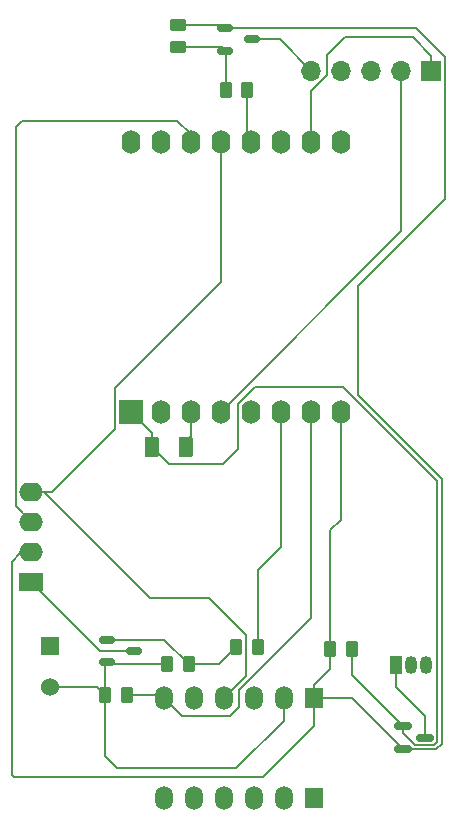
<source format=gbr>
%TF.GenerationSoftware,KiCad,Pcbnew,8.0.8-unknown-202501290020~8b811aa383~ubuntu24.04.1*%
%TF.CreationDate,2025-02-10T17:26:23-05:00*%
%TF.ProjectId,deleteme,64656c65-7465-46d6-952e-6b696361645f,rev?*%
%TF.SameCoordinates,Original*%
%TF.FileFunction,Copper,L1,Top*%
%TF.FilePolarity,Positive*%
%FSLAX46Y46*%
G04 Gerber Fmt 4.6, Leading zero omitted, Abs format (unit mm)*
G04 Created by KiCad (PCBNEW 8.0.8-unknown-202501290020~8b811aa383~ubuntu24.04.1) date 2025-02-10 17:26:23*
%MOMM*%
%LPD*%
G01*
G04 APERTURE LIST*
G04 Aperture macros list*
%AMRoundRect*
0 Rectangle with rounded corners*
0 $1 Rounding radius*
0 $2 $3 $4 $5 $6 $7 $8 $9 X,Y pos of 4 corners*
0 Add a 4 corners polygon primitive as box body*
4,1,4,$2,$3,$4,$5,$6,$7,$8,$9,$2,$3,0*
0 Add four circle primitives for the rounded corners*
1,1,$1+$1,$2,$3*
1,1,$1+$1,$4,$5*
1,1,$1+$1,$6,$7*
1,1,$1+$1,$8,$9*
0 Add four rect primitives between the rounded corners*
20,1,$1+$1,$2,$3,$4,$5,0*
20,1,$1+$1,$4,$5,$6,$7,0*
20,1,$1+$1,$6,$7,$8,$9,0*
20,1,$1+$1,$8,$9,$2,$3,0*%
G04 Aperture macros list end*
%TA.AperFunction,ComponentPad*%
%ADD10R,1.524000X1.524000*%
%TD*%
%TA.AperFunction,ComponentPad*%
%ADD11C,1.524000*%
%TD*%
%TA.AperFunction,ComponentPad*%
%ADD12R,1.600000X1.700000*%
%TD*%
%TA.AperFunction,ComponentPad*%
%ADD13O,1.500000X2.000000*%
%TD*%
%TA.AperFunction,SMDPad,CuDef*%
%ADD14RoundRect,0.150000X-0.512500X-0.150000X0.512500X-0.150000X0.512500X0.150000X-0.512500X0.150000X0*%
%TD*%
%TA.AperFunction,SMDPad,CuDef*%
%ADD15RoundRect,0.250000X0.262500X0.450000X-0.262500X0.450000X-0.262500X-0.450000X0.262500X-0.450000X0*%
%TD*%
%TA.AperFunction,SMDPad,CuDef*%
%ADD16RoundRect,0.250000X0.375000X0.625000X-0.375000X0.625000X-0.375000X-0.625000X0.375000X-0.625000X0*%
%TD*%
%TA.AperFunction,ComponentPad*%
%ADD17R,2.000000X2.000000*%
%TD*%
%TA.AperFunction,ComponentPad*%
%ADD18O,1.600000X2.000000*%
%TD*%
%TA.AperFunction,ComponentPad*%
%ADD19R,2.000000X1.600000*%
%TD*%
%TA.AperFunction,ComponentPad*%
%ADD20O,2.000000X1.600000*%
%TD*%
%TA.AperFunction,SMDPad,CuDef*%
%ADD21RoundRect,0.250000X-0.262500X-0.450000X0.262500X-0.450000X0.262500X0.450000X-0.262500X0.450000X0*%
%TD*%
%TA.AperFunction,ComponentPad*%
%ADD22R,1.700000X1.700000*%
%TD*%
%TA.AperFunction,ComponentPad*%
%ADD23O,1.700000X1.700000*%
%TD*%
%TA.AperFunction,SMDPad,CuDef*%
%ADD24RoundRect,0.150000X-0.587500X-0.150000X0.587500X-0.150000X0.587500X0.150000X-0.587500X0.150000X0*%
%TD*%
%TA.AperFunction,ComponentPad*%
%ADD25R,1.050000X1.500000*%
%TD*%
%TA.AperFunction,ComponentPad*%
%ADD26O,1.050000X1.500000*%
%TD*%
%TA.AperFunction,SMDPad,CuDef*%
%ADD27RoundRect,0.250000X0.450000X-0.262500X0.450000X0.262500X-0.450000X0.262500X-0.450000X-0.262500X0*%
%TD*%
%TA.AperFunction,Conductor*%
%ADD28C,0.200000*%
%TD*%
G04 APERTURE END LIST*
D10*
%TO.P,J1,1,Pin_1*%
%TO.N,N/C*%
X132590000Y-123726409D03*
D11*
%TO.P,J1,2,Pin_2*%
X132590000Y-127226409D03*
%TD*%
D12*
%TO.P,U3,1,Vin*%
%TO.N,N/C*%
X154890000Y-136626409D03*
D13*
%TO.P,U3,2,GND*%
X152350000Y-136626409D03*
%TO.P,U3,3,SCL*%
X149810000Y-136626409D03*
%TO.P,U3,4,SDA*%
X147270000Y-136626409D03*
%TO.P,U3,5,GPIO1*%
X144730000Y-136626409D03*
%TO.P,U3,6,XSHUT*%
X142190000Y-136626409D03*
%TD*%
D12*
%TO.P,U3,1,Vin*%
%TO.N,N/C*%
X154890000Y-128126409D03*
D13*
%TO.P,U3,2,GND*%
X152350000Y-128126409D03*
%TO.P,U3,3,SCL*%
X149810000Y-128126409D03*
%TO.P,U3,4,SDA*%
X147270000Y-128126409D03*
%TO.P,U3,5,GPIO1*%
X144730000Y-128126409D03*
%TO.P,U3,6,XSHUT*%
X142190000Y-128126409D03*
%TD*%
D14*
%TO.P,Q2,1,B*%
%TO.N,N/C*%
X137415000Y-123176409D03*
%TO.P,Q2,2,E*%
X137415000Y-125076409D03*
%TO.P,Q2,3,C*%
X139690000Y-124126409D03*
%TD*%
D15*
%TO.P,R5,1*%
%TO.N,N/C*%
X149270000Y-76666409D03*
%TO.P,R5,2*%
X147445000Y-76666409D03*
%TD*%
D16*
%TO.P,D1,1,K*%
%TO.N,N/C*%
X144027500Y-106876409D03*
%TO.P,D1,2,A*%
X141227500Y-106876409D03*
%TD*%
D17*
%TO.P,U1,1,~{RST}*%
%TO.N,N/C*%
X139380000Y-103876409D03*
D18*
%TO.P,U1,2,A0*%
X141920000Y-103876409D03*
%TO.P,U1,3,D0*%
X144460000Y-103876409D03*
%TO.P,U1,4,SCK/D5*%
X147000000Y-103876409D03*
%TO.P,U1,5,MISO/D6*%
X149540000Y-103876409D03*
%TO.P,U1,6,MOSI/D7*%
X152080000Y-103876409D03*
%TO.P,U1,7,CS/D8*%
X154620000Y-103876409D03*
%TO.P,U1,8,3V3*%
X157160000Y-103876409D03*
%TO.P,U1,9,5V*%
X157160000Y-81016409D03*
%TO.P,U1,10,GND*%
X154620000Y-81016409D03*
%TO.P,U1,11,D4*%
X152080000Y-81016409D03*
%TO.P,U1,12,D3*%
X149540000Y-81016409D03*
%TO.P,U1,13,SDA/D2*%
X147000000Y-81016409D03*
%TO.P,U1,14,SCL/D1*%
X144460000Y-81016409D03*
%TO.P,U1,15,RX*%
X141920000Y-81016409D03*
%TO.P,U1,16,TX*%
X139380000Y-81016409D03*
%TD*%
D19*
%TO.P,DISP1,1,Gnd*%
%TO.N,N/C*%
X130940000Y-118276409D03*
D20*
%TO.P,DISP1,2,Vcc*%
X130940000Y-115736409D03*
%TO.P,DISP1,3,SCL*%
X130940000Y-113196409D03*
%TO.P,DISP1,4,SDA*%
X130940000Y-110656409D03*
%TD*%
D14*
%TO.P,Q1,1,E*%
%TO.N,N/C*%
X147375000Y-71406409D03*
%TO.P,Q1,2,B*%
X147375000Y-73306409D03*
%TO.P,Q1,3,C*%
X149650000Y-72356409D03*
%TD*%
D21*
%TO.P,R3,1*%
%TO.N,N/C*%
X142490000Y-125276409D03*
%TO.P,R3,2*%
X144315000Y-125276409D03*
%TD*%
D15*
%TO.P,R4,1*%
%TO.N,N/C*%
X158100000Y-123976409D03*
%TO.P,R4,2*%
X156275000Y-123976409D03*
%TD*%
D21*
%TO.P,R1,1*%
%TO.N,N/C*%
X137215000Y-127876409D03*
%TO.P,R1,2*%
X139040000Y-127876409D03*
%TD*%
D22*
%TO.P,U6,1,GND*%
%TO.N,N/C*%
X164850000Y-75026409D03*
D23*
%TO.P,U6,2,TX*%
X162310000Y-75026409D03*
%TO.P,U6,3,RX*%
X159770000Y-75026409D03*
%TO.P,U6,4,RST*%
X157230000Y-75026409D03*
%TO.P,U6,5,3.3v*%
X154690000Y-75026409D03*
%TD*%
D24*
%TO.P,U4,1,RESET*%
%TO.N,N/C*%
X162415000Y-130526409D03*
%TO.P,U4,2,V_{DD}*%
X162415000Y-132426409D03*
%TO.P,U4,3,GND*%
X164290000Y-131476409D03*
%TD*%
D25*
%TO.P,U5,1,GND*%
%TO.N,N/C*%
X161875000Y-125326409D03*
D26*
%TO.P,U5,2,VI*%
X163145000Y-125326409D03*
%TO.P,U5,3,VO*%
X164415000Y-125326409D03*
%TD*%
D27*
%TO.P,R6,1*%
%TO.N,N/C*%
X143410000Y-73011409D03*
%TO.P,R6,2*%
X143410000Y-71186409D03*
%TD*%
D21*
%TO.P,R2,1*%
%TO.N,N/C*%
X148315000Y-123826409D03*
%TO.P,R2,2*%
X150140000Y-123826409D03*
%TD*%
D28*
%TO.N,*%
X149270000Y-76666409D02*
X149270000Y-80746409D01*
X149270000Y-80746409D02*
X149540000Y-81016409D01*
X147375000Y-73306409D02*
X147375000Y-73381409D01*
X147080000Y-73011409D02*
X147375000Y-73306409D01*
X147445000Y-73451409D02*
X147445000Y-76666409D01*
X147375000Y-73381409D02*
X147445000Y-73451409D01*
X143410000Y-73011409D02*
X147080000Y-73011409D01*
X149650000Y-72356409D02*
X152020000Y-72356409D01*
X152020000Y-72356409D02*
X154690000Y-75026409D01*
X162310000Y-88566409D02*
X162310000Y-75026409D01*
X147000000Y-103876409D02*
X162310000Y-88566409D01*
X147040000Y-92876409D02*
X147040000Y-89876409D01*
X149127500Y-122813909D02*
X149127500Y-126268909D01*
X138040000Y-101876409D02*
X147040000Y-92876409D01*
X141037630Y-119676409D02*
X145990000Y-119676409D01*
X132760000Y-110656409D02*
X138040000Y-105376409D01*
X130940000Y-110656409D02*
X132017630Y-110656409D01*
X149127500Y-126268909D02*
X147270000Y-128126409D01*
X145990000Y-119676409D02*
X149127500Y-122813909D01*
X132017630Y-110656409D02*
X141037630Y-119676409D01*
X138040000Y-105376409D02*
X138040000Y-101876409D01*
X147040000Y-89876409D02*
X147000000Y-89836409D01*
X147000000Y-89836409D02*
X147000000Y-81016409D01*
X130940000Y-110656409D02*
X132760000Y-110656409D01*
X146790000Y-127646409D02*
X147270000Y-128126409D01*
X143740000Y-129676409D02*
X142190000Y-128126409D01*
X154620000Y-121347564D02*
X148540000Y-127427564D01*
X147780440Y-129676409D02*
X143740000Y-129676409D01*
X139040000Y-127876409D02*
X141940000Y-127876409D01*
X141940000Y-127876409D02*
X142190000Y-128126409D01*
X148540000Y-127427564D02*
X148540000Y-128916849D01*
X154620000Y-103876409D02*
X154620000Y-121347564D01*
X148540000Y-128916849D02*
X147780440Y-129676409D01*
X144460000Y-80396409D02*
X144460000Y-81016409D01*
X130940000Y-113196409D02*
X129640000Y-111896409D01*
X129640000Y-79776409D02*
X130140000Y-79276409D01*
X129640000Y-111896409D02*
X129640000Y-79776409D01*
X143340000Y-79276409D02*
X144460000Y-80396409D01*
X130140000Y-79276409D02*
X143340000Y-79276409D01*
X130800000Y-115876409D02*
X130040000Y-115876409D01*
X130040000Y-115876409D02*
X129340000Y-116576409D01*
X157160000Y-113016409D02*
X156250000Y-113926409D01*
X147155000Y-71186409D02*
X147375000Y-71406409D01*
X165233738Y-132476409D02*
X162986948Y-132476409D01*
X154890000Y-128126409D02*
X154890000Y-127026409D01*
X156250000Y-113926409D02*
X156250000Y-114126409D01*
X150566933Y-134849476D02*
X154890000Y-130526409D01*
X129340000Y-116576409D02*
X129340000Y-134676409D01*
X129340000Y-134676409D02*
X129513067Y-134849476D01*
X158643503Y-102472906D02*
X165727500Y-109556903D01*
X156275000Y-114151409D02*
X156275000Y-123976409D01*
X156250000Y-114126409D02*
X156275000Y-114151409D01*
X166000000Y-85900000D02*
X158643503Y-93256497D01*
X158643503Y-93256497D02*
X158643503Y-102472906D01*
X130940000Y-115736409D02*
X130800000Y-115876409D01*
X163530000Y-71406409D02*
X166000000Y-73876409D01*
X162415000Y-132426409D02*
X158115000Y-128126409D01*
X165727500Y-131982647D02*
X165233738Y-132476409D01*
X154890000Y-130526409D02*
X154890000Y-128126409D01*
X156275000Y-125641409D02*
X156275000Y-123976409D01*
X147375000Y-71406409D02*
X163530000Y-71406409D01*
X165727500Y-109556903D02*
X165727500Y-131982647D01*
X129513067Y-134849476D02*
X150566933Y-134849476D01*
X164290000Y-125451409D02*
X164415000Y-125326409D01*
X143410000Y-71186409D02*
X147155000Y-71186409D01*
X157160000Y-103876409D02*
X157160000Y-113016409D01*
X158115000Y-128126409D02*
X154890000Y-128126409D01*
X166000000Y-73876409D02*
X166000000Y-85900000D01*
X154890000Y-127026409D02*
X156275000Y-125641409D01*
X150140000Y-123826409D02*
X150140000Y-117276409D01*
X150140000Y-117276409D02*
X152080000Y-115336409D01*
X152080000Y-115336409D02*
X152080000Y-103876409D01*
X139690000Y-124126409D02*
X136790000Y-124126409D01*
X136790000Y-124126409D02*
X130940000Y-118276409D01*
X137440000Y-125076409D02*
X137640000Y-125276409D01*
X148340000Y-134076409D02*
X152350000Y-130066409D01*
X137215000Y-127876409D02*
X137215000Y-125276409D01*
X136565000Y-127226409D02*
X137215000Y-127876409D01*
X152350000Y-130066409D02*
X152350000Y-128126409D01*
X138240000Y-134076409D02*
X148340000Y-134076409D01*
X161875000Y-127211409D02*
X161875000Y-125326409D01*
X164850000Y-73736409D02*
X164850000Y-75026409D01*
X154620000Y-76722755D02*
X155990000Y-75352755D01*
X137415000Y-125076409D02*
X137440000Y-125076409D01*
X146865000Y-125276409D02*
X148315000Y-123826409D01*
X132540000Y-127226409D02*
X136565000Y-127226409D01*
X137215000Y-127876409D02*
X137215000Y-133051409D01*
X164290000Y-129626409D02*
X161875000Y-127211409D01*
X163310000Y-72196409D02*
X164850000Y-73736409D01*
X165068052Y-132076409D02*
X165327500Y-131816961D01*
X162415000Y-130526409D02*
X162415000Y-131048357D01*
X149884365Y-101776409D02*
X148440000Y-103220774D01*
X142215000Y-123176409D02*
X144315000Y-125276409D01*
X163443052Y-132076409D02*
X165068052Y-132076409D01*
X141227500Y-106876409D02*
X141227500Y-105723909D01*
X148440000Y-103220774D02*
X148440000Y-107026409D01*
X158100000Y-123976409D02*
X158100000Y-126211409D01*
X162415000Y-131048357D02*
X163443052Y-132076409D01*
X157381321Y-101776409D02*
X149884365Y-101776409D01*
X164290000Y-131476409D02*
X164290000Y-129626409D01*
X144315000Y-125276409D02*
X146865000Y-125276409D01*
X155990000Y-73726409D02*
X157520000Y-72196409D01*
X158100000Y-126211409D02*
X162415000Y-130526409D01*
X147190000Y-108276409D02*
X142627500Y-108276409D01*
X137415000Y-123176409D02*
X142215000Y-123176409D01*
X137640000Y-125276409D02*
X142490000Y-125276409D01*
X137215000Y-125276409D02*
X137415000Y-125076409D01*
X137215000Y-133051409D02*
X138240000Y-134076409D01*
X154620000Y-81016409D02*
X154620000Y-76722755D01*
X155990000Y-75352755D02*
X155990000Y-73726409D01*
X157520000Y-72196409D02*
X163310000Y-72196409D01*
X142627500Y-108276409D02*
X141227500Y-106876409D01*
X165327500Y-131816961D02*
X165327500Y-109722588D01*
X141227500Y-105723909D02*
X139380000Y-103876409D01*
X144460000Y-105956409D02*
X143540000Y-106876409D01*
X165327500Y-109722588D02*
X157381321Y-101776409D01*
X148440000Y-107026409D02*
X147190000Y-108276409D01*
X144460000Y-103876409D02*
X144460000Y-105956409D01*
%TD*%
M02*

</source>
